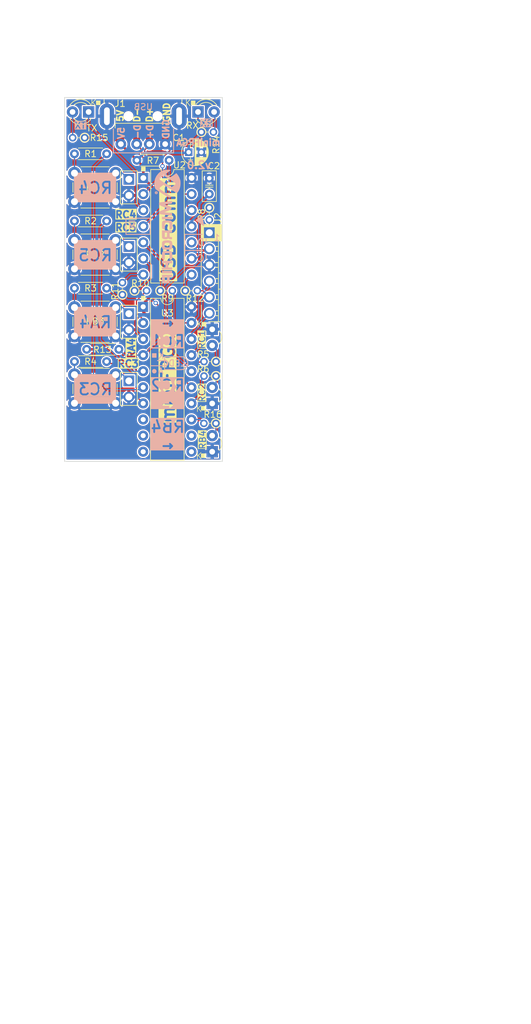
<source format=kicad_pcb>
(kicad_pcb (version 20240108) (generator "pcbnew") (generator_version "8.0")
  (title_block (title "Education board for miniFPGA") (date "2024-05-23") (rev "v2.0"))
  (layers (0 "F.Cu" signal) (31 "B.Cu" signal) (34 "B.Paste" user) (35 "F.Paste" user) (36 "B.SilkS" user "B.Silkscreen") (37 "F.SilkS" user "F.Silkscreen") (38 "B.Mask" user) (39 "F.Mask" user) (44 "Edge.Cuts" user))
  (net 0 "")
  (net 1 "VDD")
  (net 2 "GNDD")
  (net 3 "Net-(U2-SDA)")
  (net 5 "Net-(U2-GP2)")
  (net 6 "Net-(U2-GP3)")
  (net 7 "Net-(U2-~{RST})")
  (net 8 "Net-(U2-VUSB)")
  (net 9 "Net-(JP1-A)")
  (net 10 "Net-(JP2-A)")
  (net 11 "Net-(JP3-A)")
  (net 12 "Net-(JP4-A)")
  (net 13 "/RA0")
  (net 14 "/RA1")
  (net 15 "/URx")
  (net 16 "/UTx")
  (net 17 "/RA5")
  (net 18 "/RA4")
  (net 19 "/~{MCLR}")
  (net 20 "/RC5")
  (net 21 "/RC4")
  (net 22 "/RC3")
  (net 23 "/RC2")
  (net 24 "/RC1")
  (net 25 "/RC0")
  (net 26 "/RA2")
  (net 27 "Net-(LED1-K)")
  (net 28 "Net-(LED1-A)")
  (net 29 "Net-(LED2-K)")
  (net 30 "Net-(LED2-A)")
  (net 31 "Net-(LED3-A)")
  (net 32 "Net-(LED4-A)")
  (net 33 "/USB_D+")
  (net 34 "/USB_D-")
  (net 35 "Net-(LED5-A)")
  (net 41 "/RB4")
  (footprint "Button_Switch_THT:SW_PUSH_6mm_H5mm" (layer "F.Cu") (at 97.4048 143.487942)
    (property "Reference" "PB2" (at 3.25 2.25 0) (layer "F.SilkS"))
    (property "Value" "RC5" (at 3.3008 2.358858 0) (layer "B.SilkS" knockout) (effects (font (size 1.8 1.8) (thickness 0.3)) (justify mirror)))
    (pad "1" thru_hole circle (at 0 0 90) (size 2 2) (drill 1.1) (layers "*.Cu" "*.Mask") (net 10 "Net-(JP2-A)"))
    (pad "1" thru_hole circle (at 6.5 0 90) (size 2 2) (drill 1.1) (layers "*.Cu" "*.Mask") (net 10 "Net-(JP2-A)"))
    (pad "2" thru_hole circle (at 0 4.5 90) (size 2 2) (drill 1.1) (layers "*.Cu" "*.Mask") (net 2 "GNDD"))
    (pad "2" thru_hole circle (at 6.5 4.5 90) (size 2 2) (drill 1.1) (layers "*.Cu" "*.Mask") (net 2 "GNDD"))
  )
  (footprint "Resistor_THT:R_Axial_DIN0204_L3.6mm_D1.6mm_P5.08mm_Horizontal" (layer "F.Cu") (at 102.4848 162.6108 180)
    (property "Reference" "R4" (at 2.54 0 0) (layer "F.SilkS"))
    (property "Value" "10kΩ")
    (pad "1" thru_hole circle (at 0 0 180) (size 1.4 1.4) (drill 0.7) (layers "*.Cu" "*.Mask") (net 22 "/RC3"))
    (pad "2" thru_hole oval (at 5.08 0 180) (size 1.4 1.4) (drill 0.7) (layers "*.Cu" "*.Mask") (net 12 "Net-(JP4-A)"))
  )
  (footprint "Capacitor_THT:CP_Radial_D4.0mm_P2.00mm" (layer "F.Cu") (at 115.430201 129.5908)
    (property "Reference" "C1" (at -1.567401 -2.286 0) (layer "F.SilkS"))
    (property "Value" "4µ7F")
    (fp_text user "+" (at -0.4 1.7 0) (layer "F.SilkS") (effects (font (thickness 0.1)) (justify left bottom)))
    (fp_text user "+" (at -0.4 -0.7 0) (layer "F.SilkS") (effects (font (thickness 0.1)) (justify left bottom)))
    (pad "1" thru_hole rect (at 0 0) (size 1.2 1.2) (drill 0.7) (layers "*.Cu" "*.Mask") (net 1 "VDD"))
    (pad "2" thru_hole circle (at 2 0) (size 1.2 1.2) (drill 0.7) (layers "*.Cu" "*.Mask") (net 2 "GNDD"))
  )
  (footprint "LED_THT:LED_D3.0mm" (layer "F.Cu") (at 116.9058 123.2408)
    (property "Reference" "LED1" (hide yes))
    (property "Value" "RX" (at -0.8894 2.1336 0) (layer "F.SilkS"))
    (fp_text user "${VALUE}" (at 1.3766 1.778 0) (layer "B.SilkS" knockout) (effects (justify mirror)))
    (fp_text user "K" (at -2.134986 -0.816504 0) (layer "F.SilkS") (effects (font (thickness 0.1)) (justify left bottom)))
    (pad "1" thru_hole rect (at 0 0) (size 1.8 1.8) (drill 0.9) (layers "*.Cu" "*.Mask") (net 27 "Net-(LED1-K)"))
    (pad "2" thru_hole circle (at 2.54 0) (size 1.8 1.8) (drill 0.9) (layers "*.Cu" "*.Mask") (net 28 "Net-(LED1-A)"))
  )
  (footprint "Attila:R_Axial_L3.6mm_D1.6mm_P1.90mm_Vertical" (layer "F.Cu") (at 117.4388 126.4158)
    (property "Reference" "R14" (at 2.332993 2.003737 90) (layer "F.SilkS"))
    (property "Value" "680Ω")
    (pad "1" thru_hole circle (at 0 0) (size 1.2 1.2) (drill 0.7) (layers "*.Cu" "*.Mask") (net 1 "VDD"))
    (pad "2" thru_hole circle (at 1.9 0) (size 1.2 1.2) (drill 0.7) (layers "*.Cu" "*.Mask") (net 28 "Net-(LED1-A)"))
  )
  (footprint "Package_DIP:DIP-20_W7.62mm" (layer "F.Cu") (at 108.2488 153.9698)
    (property "Reference" "U3" (at 3.81 0.989 0) (layer "F.SilkS"))
    (property "Value" "PIC16F13145-IP")
    (pad "1" thru_hole rect (at 0 0) (size 1.6 1.6) (drill 0.8) (layers "*.Cu" "*.Mask") (net 1 "VDD"))
    (pad "2" thru_hole oval (at 0 2.54) (size 1.6 1.6) (drill 0.8) (layers "*.Cu" "*.Mask") (net 17 "/RA5"))
    (pad "3" thru_hole oval (at 0 5.08) (size 1.6 1.6) (drill 0.8) (layers "*.Cu" "*.Mask") (net 18 "/RA4"))
    (pad "4" thru_hole oval (at 0 7.62) (size 1.6 1.6) (drill 0.8) (layers "*.Cu" "*.Mask") (net 19 "/~{MCLR}"))
    (pad "5" thru_hole oval (at 0 10.16) (size 1.6 1.6) (drill 0.8) (layers "*.Cu" "*.Mask") (net 20 "/RC5"))
    (pad "6" thru_hole oval (at 0 12.7) (size 1.6 1.6) (drill 0.8) (layers "*.Cu" "*.Mask") (net 21 "/RC4"))
    (pad "7" thru_hole oval (at 0 15.24) (size 1.6 1.6) (drill 0.8) (layers "*.Cu" "*.Mask") (net 22 "/RC3"))
    (pad "8" thru_hole oval (at 0 17.78) (size 1.6 1.6) (drill 0.8) (layers "*.Cu" "*.Mask"))
    (pad "9" thru_hole oval (at 0 20.32) (size 1.6 1.6) (drill 0.8) (layers "*.Cu" "*.Mask"))
    (pad "10" thru_hole oval (at 0 22.86) (size 1.6 1.6) (drill 0.8) (layers "*.Cu" "*.Mask"))
    (pad "11" thru_hole oval (at 7.62 22.86) (size 1.6 1.6) (drill 0.8) (layers "*.Cu" "*.Mask"))
    (pad "12" thru_hole oval (at 7.62 20.32) (size 1.6 1.6) (drill 0.8) (layers "*.Cu" "*.Mask"))
    (pad "13" thru_hole oval (at 7.62 17.78) (size 1.6 1.6) (drill 0.8) (layers "*.Cu" "*.Mask") (net 41 "/RB4"))
    (pad "14" thru_hole oval (at 7.62 15.24) (size 1.6 1.6) (drill 0.8) (layers "*.Cu" "*.Mask") (net 23 "/RC2"))
    (pad "15" thru_hole oval (at 7.62 12.7) (size 1.6 1.6) (drill 0.8) (layers "*.Cu" "*.Mask") (net 24 "/RC1"))
    (pad "16" thru_hole oval (at 7.62 10.16) (size 1.6 1.6) (drill 0.8) (layers "*.Cu" "*.Mask") (net 25 "/RC0"))
    (pad "17" thru_hole oval (at 7.62 7.62) (size 1.6 1.6) (drill 0.8) (layers "*.Cu" "*.Mask") (net 26 "/RA2"))
    (pad "18" thru_hole oval (at 7.62 5.08) (size 1.6 1.6) (drill 0.8) (layers "*.Cu" "*.Mask") (net 14 "/RA1"))
    (pad "19" thru_hole oval (at 7.62 2.54) (size 1.6 1.6) (drill 0.8) (layers "*.Cu" "*.Mask") (net 13 "/RA0"))
    (pad "20" thru_hole oval (at 7.62 0) (size 1.6 1.6) (drill 0.8) (layers "*.Cu" "*.Mask") (net 2 "GNDD"))
  )
  (footprint "LED_THT:LED_D3.0mm" (layer "F.Cu") (at 119.146 157.5258 -90)
    (property "Reference" "LED3" (hide yes))
    (property "Value" "RC1" (at 1.633 1.6256 90) (layer "F.SilkS" knockout))
    (fp_text user "K" (at -0.2 2.54 0) (layer "F.SilkS") (effects (font (thickness 0.1)) (justify left bottom)))
    (pad "1" thru_hole rect (at 0 0 270) (size 1.8 1.8) (drill 0.9) (layers "*.Cu" "*.Mask") (net 2 "GNDD"))
    (pad "2" thru_hole circle (at 2.54 0 270) (size 1.8 1.8) (drill 0.9) (layers "*.Cu" "*.Mask") (net 31 "Net-(LED3-A)"))
  )
  (footprint "Package_DIP:DIP-14_W7.62mm" (layer "F.Cu") (at 108.2748 133.6548)
    (property "Reference" "U2" (at 5.7096 -2.032 0) (layer "F.SilkS"))
    (property "Value" "MCP2221A-IP")
    (pad "1" thru_hole rect (at 0 0) (size 1.6 1.6) (drill 0.9) (layers "*.Cu" "*.Mask") (net 1 "VDD"))
    (pad "2" thru_hole circle (at 0 2.54) (size 1.6 1.6) (drill 0.9) (layers "*.Cu" "*.Mask") (net 27 "Net-(LED1-K)"))
    (pad "3" thru_hole circle (at 0 5.08) (size 1.6 1.6) (drill 0.9) (layers "*.Cu" "*.Mask") (net 29 "Net-(LED2-K)"))
    (pad "4" thru_hole circle (at 0 7.62) (size 1.6 1.6) (drill 0.9) (layers "*.Cu" "*.Mask") (net 7 "Net-(U2-~{RST})"))
    (pad "5" thru_hole circle (at 0 10.16) (size 1.6 1.6) (drill 0.9) (layers "*.Cu" "*.Mask") (net 15 "/URx"))
    (pad "6" thru_hole circle (at 0 12.7) (size 1.6 1.6) (drill 0.9) (layers "*.Cu" "*.Mask") (net 16 "/UTx"))
    (pad "7" thru_hole circle (at 0 15.24) (size 1.6 1.6) (drill 0.9) (layers "*.Cu" "*.Mask") (net 5 "Net-(U2-GP2)"))
    (pad "8" thru_hole circle (at 7.62 15.24) (size 1.6 1.6) (drill 0.9) (layers "*.Cu" "*.Mask") (net 6 "Net-(U2-GP3)"))
    (pad "9" thru_hole circle (at 7.62 12.7) (size 1.6 1.6) (drill 0.9) (layers "*.Cu" "*.Mask") (net 3 "Net-(U2-SDA)"))
    (pad "10" thru_hole circle (at 7.62 10.16) (size 1.6 1.6) (drill 0.9) (layers "*.Cu" "*.Mask"))
    (pad "11" thru_hole circle (at 7.62 7.62) (size 1.6 1.6) (drill 0.9) (layers "*.Cu" "*.Mask") (net 8 "Net-(U2-VUSB)"))
    (pad "12" thru_hole circle (at 7.62 5.08) (size 1.6 1.6) (drill 0.9) (layers "*.Cu" "*.Mask") (net 34 "/USB_D-"))
    (pad "13" thru_hole circle (at 7.62 2.54) (size 1.6 1.6) (drill 0.9) (layers "*.Cu" "*.Mask") (net 33 "/USB_D+"))
    (pad "14" thru_hole circle (at 7.62 0) (size 1.6 1.6) (drill 0.9) (layers "*.Cu" "*.Mask") (net 2 "GNDD"))
  )
  (footprint "Connector_PinHeader_2.54mm:PinHeader_1x02_P2.54mm_Vertical" (layer "F.Cu") (at 105.9888 165.6538)
    (property "Reference" "JP4" (hide yes))
    (property "Value" "RC3" (at -0.1016 -2.687399 180) (layer "F.SilkS" knockout) (effects (font (size 1.1 1.1) (thickness 0.275))))
    (pad "1" thru_hole rect (at 0 0) (size 1.7 1.7) (drill 1.1) (layers "*.Cu" "*.Mask") (net 12 "Net-(JP4-A)"))
    (pad "2" thru_hole oval (at 0 2.54) (size 1.7 1.7) (drill 1.1) (layers "*.Cu" "*.Mask") (net 2 "GNDD"))
  )
  (footprint "Button_Switch_THT:SW_PUSH_6mm_H5mm" (layer "F.Cu") (at 97.4048 164.6788)
    (property "Reference" "PB4" (at 3.25 2.25 0) (layer "F.SilkS"))
    (property "Value" "RC3" (at 3.3008 2.3008 0) (layer "B.SilkS" knockout) (effects (font (size 1.8 1.8) (thickness 0.3)) (justify mirror)))
    (pad "1" thru_hole circle (at 0 0 90) (size 2 2) (drill 1.1) (layers "*.Cu" "*.Mask") (net 12 "Net-(JP4-A)"))
    (pad "1" thru_hole circle (at 6.5 0 90) (size 2 2) (drill 1.1) (layers "*.Cu" "*.Mask") (net 12 "Net-(JP4-A)"))
    (pad "2" thru_hole circle (at 0 4.5 90) (size 2 2) (drill 1.1) (layers "*.Cu" "*.Mask") (net 2 "GNDD"))
    (pad "2" thru_hole circle (at 6.5 4.5 90) (size 2 2) (drill 1.1) (layers "*.Cu" "*.Mask") (net 2 "GNDD"))
  )
  (footprint "Attila:R_Axial_L3.6mm_D1.6mm_P1.90mm_Vertical" (layer "F.Cu") (at 119.7313 172.3588 180)
    (property "Reference" "R16" (at 0.4825 1.4 360) (layer "F.SilkS"))
    (property "Value" "680Ω")
    (pad "1" thru_hole circle (at 0 0 180) (size 1.2 1.2) (drill 0.7) (layers "*.Cu" "*.Mask") (net 35 "Net-(LED5-A)"))
    (pad "2" thru_hole circle (at 1.9 0 180) (size 1.2 1.2) (drill 0.7) (layers "*.Cu" "*.Mask") (net 41 "/RB4"))
  )
  (footprint "Connector_PinHeader_2.54mm:PinHeader_1x02_P2.54mm_Vertical" (layer "F.Cu") (at 105.9888 144.462942)
    (property "Reference" "JP2" (hide yes))
    (property "Value" "RC5" (at -0.488 -2.984942 0) (layer "F.SilkS" knockout) (effects (font (size 1.1 1.1) (thickness 0.275))))
    (pad "1" thru_hole rect (at 0 0) (size 1.7 1.7) (drill 1.1) (layers "*.Cu" "*.Mask") (net 10 "Net-(JP2-A)"))
    (pad "2" thru_hole oval (at 0 2.54) (size 1.7 1.7) (drill 1.1) (layers "*.Cu" "*.Mask") (net 2 "GNDD"))
  )
  (footprint "Connector_PinHeader_2.54mm:PinHeader_1x02_P2.54mm_Vertical" (layer "F.Cu") (at 105.9888 133.867514)
    (property "Reference" "JP1" (hide yes))
    (property "Value" "RC4" (at -0.488 5.578486 0) (layer "F.SilkS" knockout) (effects (font (size 1.1 1.1) (thickness 0.275))))
    (pad "1" thru_hole rect (at 0 0) (size 1.7 1.7) (drill 1.1) (layers "*.Cu" "*.Mask") (net 9 "Net-(JP1-A)"))
    (pad "2" thru_hole oval (at 0 2.54) (size 1.7 1.7) (drill 1.1) (layers "*.Cu" "*.Mask") (net 2 "GNDD"))
  )
  (footprint "Resistor_THT:R_Axial_DIN0204_L3.6mm_D1.6mm_P5.08mm_Horizontal" (layer "F.Cu") (at 102.4848 129.8448 180)
    (property "Reference" "R1" (at 2.54 0 0) (layer "F.SilkS"))
    (property "Value" "10kΩ")
    (pad "1" thru_hole circle (at 0 0 180) (size 1.4 1.4) (drill 0.7) (layers "*.Cu" "*.Mask") (net 21 "/RC4"))
    (pad "2" thru_hole oval (at 5.08 0 180) (size 1.4 1.4) (drill 0.7) (layers "*.Cu" "*.Mask") (net 9 "Net-(JP1-A)"))
  )
  (footprint "Attila:R_Axial_L3.6mm_D1.6mm_P1.90mm_Vertical" (layer "F.Cu") (at 110.9483 151.4348)
    (property "Reference" "R9" (at 1.1465 1.205 0) (layer "F.SilkS"))
    (property "Value" "680Ω")
    (pad "1" thru_hole circle (at 0 0) (size 1.2 1.2) (drill 0.7) (layers "*.Cu" "*.Mask") (net 15 "/URx"))
    (pad "2" thru_hole circle (at 1.9 0) (size 1.2 1.2) (drill 0.7) (layers "*.Cu" "*.Mask") (net 25 "/RC0"))
  )
  (footprint "Attila:R_Axial_L3.6mm_D1.6mm_P1.90mm_Vertical" (layer "F.Cu") (at 114.8988 151.4348)
    (property "Reference" "R12" (at 1.524 1.2192 0) (layer "F.SilkS"))
    (property "Value" "680Ω")
    (pad "1" thru_hole circle (at 0 0) (size 1.2 1.2) (drill 0.7) (layers "*.Cu" "*.Mask") (net 6 "Net-(U2-GP3)"))
    (pad "2" thru_hole circle (at 1.9 0) (size 1.2 1.2) (drill 0.7) (layers "*.Cu" "*.Mask") (net 14 "/RA1"))
  )
  (footprint "LED_THT:LED_D3.0mm" (layer "F.Cu") (at 119.146 169.2198 90)
    (property "Reference" "LED4" (hide yes))
    (property "Value" "RC2" (at 1.661 -1.6 90) (layer "F.SilkS" knockout))
    (fp_text user "K" (at -1.4174 -2.6416 0) (layer "F.SilkS") (effects (font (thickness 0.1)) (justify left bottom)))
    (pad "1" thru_hole rect (at 0 0 90) (size 1.8 1.8) (drill 0.9) (layers "*.Cu" "*.Mask") (net 2 "GNDD"))
    (pad "2" thru_hole circle (at 2.54 0 90) (size 1.8 1.8) (drill 0.9) (layers "*.Cu" "*.Mask") (net 32 "Net-(LED4-A)"))
  )
  (footprint "Attila:R_Axial_L3.6mm_D1.6mm_P1.90mm_Vertical" (layer "F.Cu") (at 118.6888 138.3538 -90)
    (property "Reference" "R8" (at 1.0922 1.2192 90) (layer "F.SilkS"))
    (property "Value" "680Ω")
    (pad "1" thru_hole circle (at 0 0 270) (size 1.2 1.2) (drill 0.7) (layers "*.Cu" "*.Mask") (net 3 "Net-(U2-SDA)"))
    (pad "2" thru_hole circle (at 1.9 0 270) (size 1.2 1.2) (drill 0.7) (layers "*.Cu" "*.Mask") (net 19 "/~{MCLR}"))
  )
  (footprint "Capacitor_THT:C_Rect_L4.6mm_W2.0mm_P2.50mm_MKS02_FKP02" (layer "F.Cu") (at 118.6888 136.1948 90)
    (property "Reference" "C2" (at 4.437459 0.70961 180) (layer "F.SilkS"))
    (property "Value" "470nF")
    (pad "1" thru_hole circle (at 0 0 90) (size 1.4 1.4) (drill 0.7) (layers "*.Cu" "*.Mask") (net 8 "Net-(U2-VUSB)"))
    (pad "2" thru_hole circle (at 2.5 0 90) (size 1.4 1.4) (drill 0.7) (layers "*.Cu" "*.Mask") (net 2 "GNDD"))
  )
  (footprint "Resistor_THT:R_Axial_DIN0204_L3.6mm_D1.6mm_P5.08mm_Horizontal" (layer "F.Cu") (at 102.4848 140.440228 180)
    (property "Reference" "R2" (at 2.54 0 0) (layer "F.SilkS"))
    (property "Value" "10kΩ")
    (pad "1" thru_hole circle (at 0 0 180) (size 1.4 1.4) (drill 0.7) (layers "*.Cu" "*.Mask") (net 20 "/RC5"))
    (pad "2" thru_hole oval (at 5.08 0 180) (size 1.4 1.4) (drill 0.7) (layers "*.Cu" "*.Mask") (net 10 "Net-(JP2-A)"))
  )
  (footprint "LED_THT:LED_D3.0mm" (layer "F.Cu") (at 119.146 176.8298 90)
    (property "Reference" "LED5" (hide yes))
    (property "Value" "RB4" (at 1.871 -1.4972 90) (layer "F.SilkS" knockout))
    (fp_text user "K" (at -1.259022 -2.6416 0) (layer "F.SilkS") (effects (font (thickness 0.1)) (justify left bottom)))
    (pad "1" thru_hole rect (at 0 0 90) (size 1.8 1.8) (drill 0.9) (layers "*.Cu" "*.Mask") (net 2 "GNDD"))
    (pad "2" thru_hole circle (at 2.54 0 90) (size 1.8 1.8) (drill 0.9) (layers "*.Cu" "*.Mask") (net 35 "Net-(LED5-A)"))
  )
  (footprint "Button_Switch_THT:SW_PUSH_6mm_H5mm" (layer "F.Cu") (at 97.4048 154.08337)
    (property "Reference" "PB3" (at 3.25 2.17743 0) (layer "F.SilkS"))
    (property "Value" "RA4" (at 3.3008 2.32983 0) (layer "B.SilkS" knockout) (effects (font (size 1.8 1.8) (thickness 0.3)) (justify mirror)))
    (pad "1" thru_hole circle (at 0 0 90) (size 2 2) (drill 1.1) (layers "*.Cu" "*.Mask") (net 11 "Net-(JP3-A)"))
    (pad "1" thru_hole circle (at 6.5 0 90) (size 2 2) (drill 1.1) (layers "*.Cu" "*.Mask") (net 11 "Net-(JP3-A)"))
    (pad "2" thru_hole circle (at 0 4.5 90) (size 2 2) (drill 1.1) (layers "*.Cu" "*.Mask") (net 2 "GNDD"))
    (pad "2" thru_hole circle (at 6.5 4.5 90) (size 2 2) (drill 1.1) (layers "*.Cu" "*.Mask") (net 2 "GNDD"))
  )
  (footprint "Attila:R_Axial_L3.6mm_D1.6mm_P1.90mm_Vertical" (layer "F.Cu") (at 99.0198 127.3048 180)
    (property "Reference" "R15" (at -2.27 0 180) (layer "F.SilkS"))
    (property "Value" "680Ω")
    (pad "1" thru_hole circle (at 0 0 180) (size 1.2 1.2) (drill 0.7) (layers "*.Cu" "*.Mask") (net 1 "VDD"))
    (pad "2" thru_hole circle (at 1.9 0 180) (size 1.2 1.2) (drill 0.7) (layers "*.Cu" "*.Mask") (net 30 "Net-(LED2-A)"))
  )
  (footprint "Connector_PinHeader_2.54mm:PinHeader_1x02_P2.54mm_Vertical" (layer "F.Cu") (at 105.9888 155.05837)
    (property "Reference" "JP3" (hide yes))
    (property "Value" "RA4" (at 0.4064 5.46963 90) (layer "F.SilkS" knockout) (effects (font (size 1.1 1.1) (thickness 0.275))))
    (pad "1" thru_hole rect (at 0 0) (size 1.7 1.7) (drill 1.1) (layers "*.Cu" "*.Mask") (net 11 "Net-(JP3-A)"))
    (pad "2" thru_hole oval (at 0 2.54) (size 1.7 1.7) (drill 1.1) (layers "*.Cu" "*.Mask") (net 2 "GNDD"))
  )
  (footprint "Connector_USB:USB_A_CNCTech_1001-011-01101_Horizontal" (layer "F.Cu") (at 108.224 121.0105 90)
    (property "Reference" "J1" (at -0.919106 -3.614168 180) (layer "F.SilkS"))
    (property "Value" "USB_B")
    (pad "" np_thru_hole circle (at -2.9 -2.3 90) (size 1.1 1.1) (drill 1.1) (layers "*.Cu" "*.Mask"))
    (pad "" np_thru_hole circle (at -2.9 2.3 90) (size 1.1 1.1) (drill 1.1) (layers "*.Cu" "*.Mask"))
    (pad "1" thru_hole circle (at -7.3 -3.5 90) (size 1.7 1.7) (drill 0.9) (layers "*.Cu" "*.Mask") (net 1 "VDD"))
    (pad "1" smd rect (at -6.15 -3.5 90) (size 3.5 1.1) (layers "F.Cu" "F.Paste" "F.Mask") (net 1 "VDD"))
    (pad "2" thru_hole circle (at -7.3 -1 90) (size 1.7 1.7) (drill 0.9) (layers "*.Cu" "*.Mask") (net 34 "/USB_D-"))
    (pad "2" smd rect (at -6.15 -1 90) (size 3.5 1.1) (layers "F.Cu" "F.Paste" "F.Mask") (net 34 "/USB_D-"))
    (pad "3" thru_hole circle (at -7.3 1 90) (size 1.7 1.7) (drill 0.9) (layers "*.Cu" "*.Mask") (net 33 "/USB_D+"))
    (pad "3" smd rect (at -6.15 1 90) (size 3.5 1.1) (layers "F.Cu" "F.Paste" "F.Mask") (net 33 "/USB_D+"))
    (pad "4" thru_hole circle (at -7.3 3.5 90) (size 1.7 1.7) (drill 0.9) (layers "*.Cu" "*.Mask") (net 2 "GNDD"))
    (pad "4" smd rect (at -6.15 3.5 90) (size 3.5 1.1) (layers "F.Cu" "F.Paste" "F.Mask") (net 2 "GNDD"))
    (pad "5" thru_hole oval (at -2.9 -5.7 90) (size 4 2.3) (drill oval 2.8 0.9) (layers "*.Cu" "*.Mask") (net 2 "GNDD"))
    (pad "5" thru_hole oval (at -2.9 5.7 90) (size 4 2.4) (drill oval 2.8 0.9) (layers "*.Cu" "*.Mask") (net 2 "GNDD"))
  )
  (footprint "Resistor_THT:R_Axial_DIN0204_L3.6mm_D1.6mm_P5.08mm_Horizontal" (layer "F.Cu") (at 102.4848 151.035656 180)
    (property "Reference" "R3" (at 2.54 0 0) (layer "F.SilkS"))
    (property "Value" "10kΩ")
    (pad "1" thru_hole circle (at 0 0 180) (size 1.4 1.4) (drill 0.7) (layers "*.Cu" "*.Mask") (net 18 "/RA4"))
    (pad "2" thru_hole oval (at 5.08 0 180) (size 1.4 1.4) (drill 0.7) (layers "*.Cu" "*.Mask") (net 11 "Net-(JP3-A)"))
  )
  (footprint "Resistor_THT:R_Axial_DIN0204_L3.6mm_D1.6mm_P5.08mm_Horizontal" (layer "F.Cu") (at 99.334 160.6804)
    (property "Reference" "R13" (at 2.4892 0.0508 0) (layer "F.SilkS"))
    (property "Value" "10kΩ")
    (pad "1" thru_hole circle (at 0 0) (size 1.4 1.4) (drill 0.7) (layers "*.Cu" "*.Mask") (net 1 "VDD"))
    (pad "2" thru_hole oval (at 5.08 0) (size 1.4 1.4) (drill 0.7) (layers "*.Cu" "*.Mask") (net 19 "/~{MCLR}"))
  )
  (footprint "LED_THT:LED_D3.0mm" (layer "F.Cu") (at 99.6388 123.2408 180)
    (property "Reference" "LED2" (hide yes))
    (property "Value" "TX" (at -0.508 -2.54 0) (layer "F.SilkS"))
    (fp_text user "${VALUE}" (at 1.3208 -2.1336 0) (layer "B.SilkS" knockout) (effects (justify mirror)))
    (fp_text user "K" (at -0.209186 0.824362 0) (layer "F.SilkS") (effects (font (thickness 0.1)) (justify left bottom)))
    (pad "1" thru_hole rect (at 0 0 180) (size 1.8 1.8) (drill 0.9) (layers "*.Cu" "*.Mask") (net 29 "Net-(LED2-K)"))
    (pad "2" thru_hole circle (at 2.54 0 180) (size 1.8 1.8) (drill 0.9) (layers "*.Cu" "*.Mask") (net 30 "Net-(LED2-A)"))
  )
  (footprint "Attila:R_Axial_L3.6mm_D1.6mm_P1.90mm_Vertical" (layer "F.Cu") (at 104.9728 152.0633 90)
    (property "Reference" "R11" (at 0.577777 -1.1473 90) (layer "F.SilkS"))
    (property "Value" "680Ω")
    (pad "1" thru_hole circle (at 0 0 90) (size 1.2 1.2) (drill 0.7) (layers "*.Cu" "*.Mask") (net 13 "/RA0"))
    (pad "2" thru_hole circle (at 1.9 0 90) (size 1.2 1.2) (drill 0.7) (layers "*.Cu" "*.Mask") (net 5 "Net-(U2-GP2)"))
  )
  (footprint "Button_Switch_THT:SW_PUSH_6mm_H5mm" (layer "F.Cu") (at 97.4048 132.892514)
    (property "Reference" "PB1" (at 3.25 2.286286 0) (layer "F.SilkS"))
    (property "Value" "RC4" (at 3.3008 2.337086 0) (layer "B.SilkS" knockout) (effects (font (size 1.8 1.8) (thickness 0.3)) (justify mirror)))
    (pad "1" thru_hole circle (at 0 0 90) (size 2 2) (drill 1.1) (layers "*.Cu" "*.Mask") (net 9 "Net-(JP1-A)"))
    (pad "1" thru_hole circle (at 6.5 0 90) (size 2 2) (drill 1.1) (layers "*.Cu" "*.Mask") (net 9 "Net-(JP1-A)"))
    (pad "2" thru_hole circle (at 0 4.5 90) (size 2 2) (drill 1.1) (layers "*.Cu" "*.Mask") (net 2 "GNDD"))
    (pad "2" thru_hole circle (at 6.5 4.5 90) (size 2 2) (drill 1.1) (layers "*.Cu" "*.Mask") (net 2 "GNDD"))
  )
  (footprint "Attila:R_Axial_L3.6mm_D1.6mm_P1.90mm_Vertical" (layer "F.Cu") (at 106.8843 151.4348)
    (property "Reference" "R10" (at 0.925438 -1.17304 0) (layer "F.SilkS"))
    (property "Value" "680Ω")
    (pad "1" thru_hole circle (at 0 0) (size 1.2 1.2) (drill 0.7) (layers "*.Cu" "*.Mask") (net 16 "/UTx"))
    (pad "2" thru_hole circle (at 1.9 0) (size 1.2 1.2) (drill 0.7) (layers "*.Cu" "*.Mask") (net 17 "/RA5"))
  )
  (footprint "Resistor_THT:R_Axial_DIN0204_L3.6mm_D1.6mm_P5.08mm_Horizontal" (layer "F.Cu") (at 112.3388 130.8608 180)
    (property "Reference" "R7" (at 2.54 -0.0508 180) (layer "F.SilkS"))
    (property "Value" "10kΩ")
    (pad "1" thru_hole circle (at 0 0 180) (size 1.4 1.4) (drill 0.7) (layers "*.Cu" "*.Mask") (net 7 "Net-(U2-~{RST})"))
    (pad "2" thru_hole oval (at 5.08 0 180) (size 1.4 1.4) (drill 0.7) (layers "*.Cu" "*.Mask") (net 1 "VDD"))
  )
  (footprint "Connector_PinHeader_2.54mm:PinHeader_1x06_P2.54mm_Horizontal" (layer "F.Cu") (at 118.6888 142.2908)
    (property "Reference" "J2" (at 1.36 -2.332 90) (layer "F.SilkS"))
    (property "Value" "ICSP_FPGA")
    (pad "1" thru_hole rect (at 0 0) (size 1.7 1.7) (drill 1.1) (layers "*.Cu" "*.Mask") (net 19 "/~{MCLR}"))
    (pad "2" thru_hole oval (at 0 2.54) (size 1.7 1.7) (drill 1.1) (layers "*.Cu" "*.Mask") (net 1 "VDD"))
    (pad "3" thru_hole oval (at 0 5.08) (size 1.7 1.7) (drill 1.1) (layers "*.Cu" "*.Mask") (net 2 "GNDD"))
    (pad "4" thru_hole oval (at 0 7.62) (size 1.7 1.7) (drill 1.1) (layers "*.Cu" "*.Mask") (net 13 "/RA0"))
    (pad "5" thru_hole oval (at 0 10.16) (size 1.7 1.7) (drill 1.1) (layers "*.Cu" "*.Mask") (net 14 "/RA1"))
    (pad "6" thru_hole oval (at 0 12.7) (size 1.7 1.7) (drill 1.1) (layers "*.Cu" "*.Mask") (net 26 "/RA2"))
  )
  (footprint "Attila:R_Axial_L3.6mm_D1.6mm_P1.90mm_Vertical" (layer "F.Cu") (at 119.7488 164.8968 180)
    (property "Reference" "R6" (at 2.0219 1.108 180) (layer "F.SilkS"))
    (property "Value" "680Ω")
    (pad "1" thru_hole circle (at 0 0 180) (size 1.2 1.2) (drill 0.7) (layers "*.Cu" "*.Mask") (net 32 "Net-(LED4-A)"))
    (pad "2" thru_hole circle (at 1.9 0 180) (size 1.2 1.2) (drill 0.7) (layers "*.Cu" "*.Mask") (net 23 "/RC2"))
  )
  (footprint "Attila:R_Axial_L3.6mm_D1.6mm_P1.90mm_Vertical" (layer "F.Cu") (at 119.7488 162.6108 180)
    (property "Reference" "R5" (at 2.0219 1.151776 180) (layer "F.SilkS"))
    (property "Value" "680Ω")
    (pad "1" thru_hole circle (at 0 0 180) (size 1.2 1.2) (drill 0.7) (layers "*.Cu" "*.Mask") (net 31 "Net-(LED3-A)"))
    (pad "2" thru_hole circle (at 1.9 0 180) (size 1.2 1.2) (drill 0.7) (layers "*.Cu" "*.Mask") (net 24 "/RC1"))
  )
  (footprint "Attila:MClogoBW_18x4.2mm" (layer "B.Cu") (at 112.06727 141.3256 -90)
    (property "Reference" "REF*" (hide yes))
    (property "Value" "LOGO" (hide yes))
    (fp_text user "®" (at -5.349171 1.738601 90) (layer "B.SilkS") (effects (font (size 0.3 0.3) (thickness 0.075)) (justify mirror)))
  )
  (gr_line (start 114.828 145.0848) (end 117.622 145.0848) (stroke (width 0.15)) (layer "B.SilkS"))
  (gr_line (start 105.5316 142.5448) (end 109.3416 142.5448) (stroke (width 0.15)) (layer "B.SilkS"))
  (gr_arc (start 111.6276 162.4584) (mid 112.032978 162.83599) (end 111.685074 163.267115) (stroke (width 0.15)) (layer "B.SilkS"))
  (gr_line (start 118.1808 145.7452) (end 118.1808 146.4056) (stroke (width 0.15)) (layer "B.SilkS"))
  (gr_rect (start 97.4024 164.6682) (end 103.9048 165.6842) (stroke (width 0.15)) (fill solid) (layer "B.SilkS"))
  (gr_rect (start 97.4236 143.51) (end 98.064 148.0312) (stroke (width 0.15)) (fill solid) (layer "B.SilkS"))
  (gr_line (start 103.5504 129.6924) (end 113.05 129.6924) (stroke (width 0.15)) (layer "B.SilkS"))
  (gr_rect (start 97.4024 157.6112) (end 103.9048 158.5764) (stroke (width 0.15)) (fill solid) (layer "B.SilkS"))
  (gr_line (start 117.5712 142.5448) (end 114.828 142.5448) (stroke (width 0.15)) (layer "B.SilkS"))
  (gr_line (start 109.3416 140.0048) (end 105.5316 140.0048) (stroke (width 0.15)) (layer "B.SilkS"))
  (gr_line (start 113.05 129.6924) (end 113.05 125.9332) (stroke (width 0.15)) (layer "B.SilkS"))
  (gr_arc (start 111.6276 162.3568) (mid 112.1356 162.8648) (end 111.6276 163.3728) (stroke (width 0.15)) (layer "B.SilkS"))
  (gr_line (start 111.6276 162.4584) (end 110.51 162.4584) (stroke (width 0.15)) (layer "B.SilkS"))
  (gr_arc (start 114.2692 161.8488) (mid 115.2852 162.8648) (end 114.2692 163.8808) (stroke (width 0.15)) (layer "B.SilkS"))
  (gr_line (start 105.5316 140.0048) (end 105.5316 142.5448) (stroke (width 0.15)) (layer "B.SilkS"))
  (gr_line (start 103.5504 125.9332) (end 103.5504 129.6924) (stroke (width 0.15)) (layer "B.SilkS"))
  (gr_line (start 114.2692 161.8488) (end 111.6276 161.8488) (stroke (width 0.15)) (layer "B.SilkS"))
  (gr_rect (start 97.4224 154.0552) (end 98.0628 158.5764) (stroke (width 0.15)) (fill solid) (layer "B.SilkS"))
  (gr_rect (start 97.4024 154.0552) (end 103.9048 155.0712) (stroke (width 0.15)) (fill solid) (layer "B.SilkS"))
  (gr_line (start 114.828 145.0848) (end 114.828 147.6248) (stroke (width 0.15)) (layer "B.SilkS"))
  (gr_line (start 114.828 147.6248) (end 117.622 147.6248) (stroke (width 0.15)) (layer "B.SilkS"))
  (gr_rect (start 109.6972 161.3408) (end 110.3068 161.9504) (stroke (width 0.1)) (fill solid) (layer "B.SilkS"))
  (gr_poly (pts (xy 117.7744 141.1224) (xy 117.5204 139.7) (xy 116.606 140.3096)) (stroke (width 0.15)) (fill solid) (layer "B.SilkS"))
  (gr_circle (center 110.002 164.1348) (end 110.3068 164.1348) (stroke (width 0.1)) (fill solid) (layer "B.SilkS"))
  (gr_rect (start 97.4036 147.066) (end 103.906 148.0312) (stroke (width 0.15)) (fill solid) (layer "B.SilkS"))
  (gr_line (start 111.6276 161.8488) (end 111.6276 163.8808) (stroke (width 0.15)) (layer "B.SilkS"))
  (gr_rect (start 103.2444 154.0552) (end 103.9048 158.5764) (stroke (width 0.15)) (fill solid) (layer "B.SilkS"))
  (gr_rect (start 103.2444 164.6682) (end 103.9048 169.1894) (stroke (width 0.15)) (fill solid) (layer "B.SilkS"))
  (gr_line (start 114.828 142.5448) (end 114.828 145.0848) (stroke (width 0.15)) (layer "B.SilkS"))
  (gr_rect (start 97.4036 136.4488) (end 103.906 137.414) (stroke (width 0.15)) (fill solid) (layer "B.SilkS"))
  (gr_rect (start 103.2456 132.8928) (end 103.906 137.414) (stroke (width 0.15)) (fill solid) (layer "B.SilkS"))
  (gr_rect (start 103.2456 143.51) (end 103.906 148.0312) (stroke (width 0.15)) (fill solid) (layer "B.SilkS"))
  (gr_line (start 118.1808 143.3068) (end 118.1808 143.9164) (stroke (width 0.15)) (layer "B.SilkS"))
  (gr_rect (start 97.4036 132.8928) (end 97.9116 137.414) (stroke (width 0.15)) (fill solid) (layer "B.SilkS"))
  (gr_rect (start 97.4036 143.51) (end 103.906 144.526) (stroke (width 0.15)) (fill solid) (layer "B.SilkS"))
  (gr_rect (start 97.4036 132.8928) (end 103.906 133.8072) (stroke (width 0.15)) (fill solid) (layer "B.SilkS"))
  (gr_line (start 109.3416 142.5448) (end 109.3416 140.0048) (stroke (width 0.15)) (layer "B.SilkS"))
  (gr_rect (start 97.4224 164.6682) (end 98.0628 169.1894) (stroke (width 0.15)) (fill solid) (layer "B.SilkS"))
  (gr_line (start 111.6276 163.8808) (end 114.2692 163.8808) (stroke (width 0.15)) (layer "B.SilkS"))
  (gr_line (start 111.6022 163.2712) (end 109.4432 163.2712) (stroke (width 0.15)) (layer "B.SilkS"))
  (gr_rect (start 97.4024 168.2242) (end 103.9048 169.1894) (stroke (width 0.15)) (fill solid) (layer "B.SilkS"))
  (gr_rect (start 117.4188 169.672) (end 118.0284 170.2816) (stroke (width 0.1)) (fill solid) (layer "F.SilkS"))
  (gr_rect (start 107.97 152.2984) (end 108.5796 152.908) (stroke (width 0.1)) (fill solid) (layer "F.SilkS"))
  (gr_rect (start 107.97 131.9276) (end 108.5796 132.5372) (stroke (width 0.1)) (fill solid) (layer "F.SilkS"))
  (gr_rect (start 117.4188 177.1492) (end 118.0284 177.7588) (stroke (width 0.1)) (fill solid) (layer "F.SilkS"))
  (gr_rect (start 115.837614 121.509896) (end 116.447214 122.119496) (stroke (width 0.1)) (fill solid) (layer "F.SilkS"))
  (gr_rect (start 117.5204 156.4132) (end 118.13 157.0228) (stroke (width 0.1)) (fill solid) (layer "F.SilkS"))
  (gr_rect (start 100.853199 121.502279) (end 101.462799 122.111879) (stroke (width 0.1)) (fill solid) (layer "F.SilkS"))
  (gr_line (start 95.8488 178.3588) (end 120.7408 178.3588) (stroke (width 0.1)) (layer "Edge.Cuts"))
  (gr_line (start 120.7408 120.9548) (end 95.8488 120.9548) (stroke (width 0.1)) (layer "Edge.Cuts"))
  (gr_line (start 95.8488 120.9548) (end 95.8488 178.3588) (stroke (width 0.1)) (layer "Edge.Cuts"))
  (gr_line (start 120.7408 178.3588) (end 120.7408 120.9548) (stroke (width 0.1)) (layer "Edge.Cuts"))
  (gr_text "←\n${2dea3daf-8952-4ab1-8b33-7cd7975ede14:VALUE}" (at 112.1356 157.9372 0) (layer "B.SilkS" knockout) (effects (font (size 1.8 1.8) (thickness 0.3) (bold yes)) (justify mirror)))
  (gr_text "A" (at 110.51 163.5252 0) (layer "B.SilkS") (effects (font (size 1 1)) (justify right top mirror)))
  (gr_text "D+" (at 109.9004 125.072724 90) (layer "B.SilkS") (effects (font (size 1 1) (thickness 0.25) (bold yes)) (justify left bottom mirror)))
  (gr_text "${6deebb87-e166-4689-9521-e384ce1d003d:VALUE}\n←" (at 112.1356 167.8432 0) (layer "B.SilkS" knockout) (effects (font (size 1.8 1.8) (thickness 0.3) (bold yes)) (justify mirror)))
  (gr_text "miniFPGA" (at 116.9616 128.0668 0) (layer "B.SilkS") (effects (font (size 1.1 1) (thickness 0.25) (bold yes)) (justify mirror)))
  (gr_text "D" (at 116.7076 143.8148 0) (layer "B.SilkS") (effects (font (size 1.1 1.1)) (justify right mirror)))
  (gr_text "${REVISION}" (at 119.102315 132.33205 0) (layer "B.SilkS") (effects (font (size 1.2 1.2) (thickness 0.25) (bold yes)) (justify left bottom mirror)))
  (gr_text "1" (at 120.4668 143.6624 0) (layer "B.SilkS") (effects (font (size 1 1)) (justify left bottom mirror)))
  (gr_text "C" (at 116.7076 146.3548 0) (layer "B.SilkS") (effects (font (size 1.1 1.1)) (justify right mirror)))
  (gr_text "LED" (at 112.1356 162.8648 0) (layer "B.SilkS") (effects (font (size 1 1)) (justify right mirror)))
  (gr_text "D-" (at 107.9192 125.072724 90) (layer "B.SilkS") (effects (font (size 1 1) (thickness 0.25) (bold yes)) (justify left bottom mirror)))
  (gr_text "~{M}" (at 107.1572 141.2748 0) (layer "B.SilkS") (effects (font (size 1 1)) (justify left mirror)))
  (gr_text "GND" (at 112.4404 124.2632 90) (layer "B.SilkS") (effects (font (size 1 1) (thickness 0.25) (bold yes)) (justify left bottom mirror)))
  (gr_text "5V" (at 105.3792 125.501295 90) (layer "B.SilkS") (effects (font (size 1 1) (thickness 0.25) (bold yes)) (justify left bottom mirror)))
  (gr_text "K" (at 111.0688 162.2552 0) (layer "B.SilkS") (effects (font (size 1 1)) (justify bottom mirror)))
  (gr_text "${951b8fd4-a4bf-41fa-8d35-18ea7f4d9c29:VALUE}\n←" (at 112.1356 174.3588 0) (layer "B.SilkS" knockout) (effects (font (size 1.8 1.8) (thickness 0.3) (bold yes)) (justify mirror)))
  (gr_text "USB" (at 108.2748 123.0376 0) (layer "B.SilkS") (effects (font (size 1 1)) (justify bottom mirror)))
  (gr_text "GND" (at 112.554953 125.008866 90) (layer "F.SilkS") (effects (font (size 1 1) (thickness 0.25) (bold yes)) (justify left bottom)))
  (gr_text "5V" (at 105.215875 124.915462 90) (layer "F.SilkS") (effects (font (size 1 1) (thickness 0.25) (bold yes)) (justify left bottom)))
  (gr_text "miniFPGA" (at 112.1864 165.394801 90) (layer "F.SilkS" knockout) (effects (font (size 2 2) (thickness 0.4) (bold yes))))
  (gr_text "D-" (at 107.85374 125.00186 90) (layer "F.SilkS") (effects (font (size 1 1) (thickness 0.25) (bold yes)) (justify left bottom)))
  (gr_text "D+" (at 109.84002 125.012369 90) (layer "F.SilkS") (effects (font (size 1 1) (thickness 0.25) (bold yes)) (justify left bottom)))
  (gr_text "USB comm" (at 112.288 141.8336 90) (layer "F.SilkS" knockout) (effects (font (size 2 2) (thickness 0.4) (bold yes))))
  (segment (start 103.314 161.136035) (end 103.314 161.1044) (width 0.4) (layer "F.Cu") (net 1))
  (segment (start 108.2748 133.6548) (end 109.9483 135.3283) (width 0.4) (layer "F.Cu") (net 1))
  (segment (start 108.2748 131.8768) (end 108.2748 133.6548) (width 0.4) (layer "F.Cu") (net 1))
  (segment (start 109.4848 159.546857) (end 108.641857 160.3898) (width 0.4) (layer "F.Cu") (net 1))
  (segment (start 108.2848 153.9698) (end 108.2848 154.7976) (width 0.4) (layer "F.Cu") (net 1))
  (segment (start 104.869635 161.7804) (end 103.958365 161.7804) (width 0.4) (layer "F.Cu") (net 1))
  (segment (start 103.314 161.1044) (end 102.89 160.6804) (width 0.4) (layer "F.Cu") (net 1))
  (segment (start 104.7668 128.4448) (end 104.8428 128.4448) (width 0.4) (layer "F.Cu") (net 1))
  (segment (start 109.4848 155.9976) (end 109.4848 159.546857) (width 0.4) (layer "F.Cu") (net 1))
  (segment (start 109.9483 151.7933) (end 108.2848 153.4568) (width 0.4) (layer "F.Cu") (net 1))
  (segment (start 107.2588 130.8608) (end 108.2748 131.8768) (width 0.4) (layer "F.Cu") (net 1))
  (segment (start 103.958365 161.7804) (end 103.314 161.136035) (width 0.4) (layer "F.Cu") (net 1))
  (segment (start 103.6268 127.3048) (end 104.7668 128.4448) (width 0.4) (layer "F.Cu") (net 1))
  (segment (start 104.8428 128.4448) (end 107.2588 130.8608) (width 0.4) (layer "F.Cu") (net 1))
  (segment (start 108.641857 160.3898) (end 106.260235 160.3898) (width 0.4) (layer "F.Cu") (net 1))
  (segment (start 108.2848 153.4568) (end 108.2848 153.9698) (width 0.4) (layer "F.Cu") (net 1))
  (segment (start 99.0198 127.3048) (end 103.6268 127.3048) (width 0.4) (layer "F.Cu") (net 1))
  (segment (start 118.4348 145.0848) (end 109.9483 145.0848) (width 0.4) (layer "F.Cu") (net 1))
  (segment (start 118.6888 144.8308) (end 118.4348 145.0848) (width 0.4) (layer "F.Cu") (net 1))
  (segment (start 106.260235 160.3898) (end 104.869635 161.7804) (width 0.4) (layer "F.Cu") (net 1))
  (segment (start 108.2848 154.7976) (end 109.4848 155.9976) (width 0.4) (layer "F.Cu") (net 1))
  (segment (start 109.9483 135.3283) (end 109.9483 151.7933) (width 0.4) (layer "F.Cu") (net 1))
  (segment (start 102.89 160.6804) (end 99.334 160.6804) (width 0.4) (layer "F.Cu") (net 1))
  (segment (start 108.4272 129.6924) (end 107.2588 130.8608) (width 0.4) (layer "B.Cu") (net 1))
  (segment (start 117.4388 126.6498) (end 117.4388 126.4158) (width 0.4) (layer "B.Cu") (net 1))
  (segment (start 115.430201 129.5908) (end 115.430201 128.658399) (width 0.4) (layer "B.Cu") (net 1))
  (segment (start 115.328601 129.6924) (end 108.4272 129.6924) (width 0.4) (layer "B.Cu") (net 1))
  (segment (start 115.430201 128.658399) (end 117.4388 126.6498) (width 0.4) (layer "B.Cu") (net 1))
  (segment (start 115.430201 129.5908) (end 115.328601 129.6924) (width 0.4) (layer "B.Cu") (net 1))
  (segment (start 118.6888 138.3538) (end 117.0124 140.0302) (width 0.2) (layer "B.Cu") (net 3))
  (segment (start 117.0124 145.9992) (end 116.6568 146.3548) (width 0.2) (layer "B.Cu") (net 3))
  (segment (start 116.6568 146.3548) (end 115.8948 146.3548) (width 0.2) (layer "B.Cu") (net 3))
  (segment (start 117.0124 140.0302) (end 117.0124 145.9992) (width 0.2) (layer "B.Cu") (net 3))
  (segment (start 104.9743 150.1633) (end 104.9728 150.1633) (width 0.2) (layer "B.Cu") (net 5))
  (segment (start 106.2428 148.8948) (end 104.9743 150.1633) (width 0.2) (layer "B.Cu") (net 5))
  (segment (start 108.2748 148.8948) (end 106.2428 148.8948) (width 0.2) (layer "B.Cu") (net 5))
  (segment (start 114.8773 151.4348) (end 114.8773 149.9123) (width 0.2) (layer "B.Cu") (net 6))
  (segment (start 114.8773 149.9123) (end 115.8948 148.8948) (width 0.2) (layer "B.Cu") (net 6))
  (segment (start 112.3388 130.8608) (end 112.3388 137.2108) (width 0.2) (layer "B.Cu") (net 7))
  (segment (start 112.3388 137.2108) (end 108.2748 141.2748) (width 0.2) (layer "B.Cu") (net 7))
  (segment (start 117.114 139.212657) (end 115.8948 140.431857) (width 0.4) (layer "B.Cu") (net 8))
  (segment (start 115.8948 140.431857) (end 115.8948 141.2748) (width 0.4) (layer "B.Cu") (net 8))
  (segment (start 118.6888 136.1948) (end 117.114 137.7696) (width 0.4) (layer "B.Cu") (net 8))
  (segment (start 117.114 137.7696) (end 117.114 139.212657) (width 0.4) (layer "B.Cu") (net 8))
  (segment (start 97.4048 132.892514) (end 103.9048 132.892514) (width 0.2) (layer "F.Cu") (net 9))
  (segment (start 97.4048 129.8448) (end 97.4048 132.892514) (width 0.2) (layer "B.Cu") (net 9))
  (segment (start 105.947514 133.867514) (end 105.9888 133.867514) (width 0.2) (layer "B.Cu") (net 9))
  (segment (start 104.972514 132.892514) (end 105.947514 133.867514) (width 0.2) (layer "B.Cu") (net 9))
  (segment (start 103.9048 132.892514) (end 104.972514 132.892514) (width 0.2) (layer "B.Cu") (net 9))
  (segment (start 97.4048 143.487942) (end 103.9048 143.487942) (width 0.2) (layer "F.Cu") (net 10))
  (segment (start 105.9888 144.462942) (end 105.0138 143.487942) (width 0.2) (layer "B.Cu") (net 10))
  (segment (start 105.0138 143.487942) (end 103.9048 143.487942) (width 0.2) (layer "B.Cu") (net 10))
  (segment (start 97.4048 140.440228) (end 97.4048 143.487942) (width 0.2) (layer "B.Cu") (net 10))
  (segment (start 97.4048 154.08337) (end 103.9048 154.08337) (width 0.2) (layer "F.Cu") (net 11))
  (segment (start 105.0138 154.08337) (end 105.9888 155.05837) (width 0.2) (layer "B.Cu") (net 11))
  (segment (start 97.4048 151.035656) (end 97.4048 154.08337) (width 0.2) (layer "B.Cu") (net 11))
  (segment (start 103.9048 154.08337) (end 105.0138 154.08337) (width 0.2) (layer "B.Cu") (net 11))
  (segment (start 97.4048 164.6788) (end 103.9048 164.6788) (width 0.2) (layer "F.Cu") (net 12))
  (segment (start 105.0138 164.6788) (end 105.9888 165.6538) (width 0.2) (layer "B.Cu") (net 12))
  (segment (start 103.9048 164.6788) (end 105.0138 164.6788) (width 0.2) (layer "B.Cu") (net 12))
  (segment (start 97.4048 162.6108) (end 97.4048 164.6788) (width 0.2) (layer "B.Cu") (net 12))
  (segment (start 115.9048 156.5098) (end 113.369802 156.5098) (width 0.2) (layer "F.Cu") (net 13))
  (segment (start 113.369802 156.5098) (end 110.22519 153.36519) (width 0.2) (layer "F.Cu") (net 13))
  (via (at 110.22519 153.36519) (size 0.7) (drill 0.4) (layers "F.Cu" "B.Cu") (net 13))
  (segment (start 105.7667 152.8572) (end 109.7172 152.8572) (width 0.2) (layer "B.Cu") (net 13))
  (segment (start 104.9728 152.0633) (end 105.7667 152.8572) (width 0.2) (layer "B.Cu") (net 13))
  (segment (start 117.0048 152.508454) (end 118.6888 150.824454) (width 0.2) (layer "B.Cu") (net 13))
  (segment (start 109.7172 152.8572) (end 110.22519 153.36519) (width 0.2) (layer "B.Cu") (net 13))
  (segment (start 117.0048 155.4098) (end 117.0048 152.508454) (width 0.2) (layer "B.Cu") (net 13))
  (segment (start 118.6888 150.824454) (end 118.6888 149.9108) (width 0.2) (layer "B.Cu") (net 13))
  (segment (start 115.9048 156.5098) (end 117.0048 155.4098) (width 0.2) (layer "B.Cu") (net 13))
  (segment (start 117.6728 151.4348) (end 116.7773 151.4348) (width 0.2) (layer "F.Cu") (net 14))
  (segment (start 118.6888 152.4508) (end 117.6728 151.4348) (width 0.2) (layer "F.Cu") (net 14))
  (segment (start 117.0888 157.041114) (end 117.0888 156.025114) (width 0.2) (layer "B.Cu") (net 14))
  (segment (start 117.0888 156.025114) (end 117.4888 155.625114) (width 0.2) (layer "B.Cu") (net 14))
  (segment (start 117.9268 152.4508) (end 118.6888 152.4508) (width 0.2) (layer "B.Cu") (net 14))
  (segment (start 115.9048 159.0498) (end 115.9048 158.225114) (width 0.2) (layer "B.Cu") (net 14))
  (segment (start 117.4888 155.625114) (end 117.4888 152.8888) (width 0.2) (layer "B.Cu") (net 14))
  (segment (start 115.9048 158.225114) (end 117.0888 157.041114) (width 0.2) (layer "B.Cu") (net 14))
  (segment (start 117.4888 152.8888) (end 117.9268 152.4508) (width 0.2) (layer "B.Cu") (net 14))
  (segment (start 111.2023 146.7423) (end 108.2748 143.8148) (width 0.2) (layer "B.Cu") (net 15))
  (segment (start 111.2023 151.4348) (end 111.2023 146.7423) (width 0.2) (layer "B.Cu") (net 15))
  (segment (start 106.8843 151.4348) (end 107.290435 151.4348) (width 0.2) (layer "B.Cu") (net 16))
  (segment (start 107.290435 151.4348) (end 109.3748 149.350435) (width 0.2) (layer "B.Cu") (net 16))
  (segment (start 109.3748 149.350435) (end 109.3748 147.4548) (width 0.2) (layer "B.Cu") (net 16))
  (segment (start 109.3748 147.4548) (end 108.2748 146.3548) (width 0.2) (layer "B.Cu") (net 16))
  (segment (start 107.1848 154.9168) (end 108.2848 156.0168) (width 0.2) (layer "F.Cu") (net 17))
  (segment (start 108.7843 151.4348) (end 107.1848 153.0343) (width 0.2) (layer "F.Cu") (net 17))
  (segment (start 108.2848 156.0168) (end 108.2848 156.5098) (width 0.2) (layer "F.Cu") (net 17))
  (segment (start 107.1848 153.0343) (end 107.1848 154.9168) (width 0.2) (layer "F.Cu") (net 17))
  (segment (start 107.1388 157.9038) (end 108.2848 159.0498) (width 0.2) (layer "B.Cu") (net 18))
  (segment (start 102.672363 151.035656) (end 104.600007 152.9633) (width 0.2) (layer "B.Cu") (net 18))
  (segment (start 104.600007 152.9633) (end 104.623208 152.9633) (width 0.2) (layer "B.Cu") (net 18))
  (segment (start 102.4848 151.035656) (end 102.672363 151.035656) (width 0.2) (layer "B.Cu") (net 18))
  (segment (start 107.1388 153.90837) (end 107.1388 157.9038) (width 0.2) (layer "B.Cu") (net 18))
  (segment (start 104.623208 152.9633) (end 105.568278 153.90837) (width 0.2) (layer "B.Cu") (net 18))
  (segment (start 105.568278 153.90837) (end 107.1388 153.90837) (width 0.2) (layer "B.Cu") (net 18))
  (segment (start 105.3234 161.5898) (end 104.414 160.6804) (width 0.2) (layer "B.Cu") (net 19))
  (segment (start 111.8483 150.9093) (end 111.8483 158.0263) (width 0.2) (layer "B.Cu") (net 19))
  (segment (start 116.180435 147.6248) (end 115.1328 147.6248) (width 0.2) (layer "B.Cu") (net 19))
  (segment (start 111.8483 158.0263) (end 108.2848 161.5898) (width 0.2) (layer "B.Cu") (net 19))
  (segment (start 117.5388 146.266435) (end 116.180435 147.6248) (width 0.2) (layer "B.Cu") (net 19))
  (segment (start 118.6888 142.2908) (end 117.5388 143.4408) (width 0.2) (layer "B.Cu") (net 19))
  (segment (start 118.6888 140.2538) (end 118.6888 142.2908) (width 0.2) (layer "B.Cu") (net 19))
  (segment (start 117.5388 143.4408) (end 117.5388 146.266435) (width 0.2) (layer "B.Cu") (net 19))
  (segment (start 108.2848 161.5898) (end 105.3234 161.5898) (width 0.2) (layer "B.Cu") (net 19))
  (segment (start 115.1328 147.6248) (end 111.8483 150.9093) (width 0.2) (layer "B.Cu") (net 19))
  (segment (start 106.441 164.1298) (end 108.2848 164.1298) (width 0.2) (layer "B.Cu") (net 20))
  (segment (start 101.4848 141.440228) (end 101.4848 159.1736) (width 0.2) (layer "B.Cu") (net 20))
  (segment (start 101.4848 159.1736) (end 106.441 164.1298) (width 0.2) (layer "B.Cu") (net 20))
  (segment (start 102.4848 140.440228) (end 101.4848 141.440228) (width 0.2) (layer "B.Cu") (net 20))
  (segment (start 102.4848 129.8448) (end 100.4008 131.9288) (width 0.2) (layer "B.Cu") (net 21))
  (segment (start 102.5986 167.0438) (end 107.9108 167.0438) (width 0.2) (layer "B.Cu") (net 21))
  (segment (start 107.9108 167.0438) (end 108.2848 166.6698) (width 0.2) (layer "B.Cu") (net 21))
  (segment (start 100.4008 164.846) (end 102.5986 167.0438) (width 0.2) (layer "B.Cu") (net 21))
  (segment (start 100.4008 131.9288) (end 100.4008 164.846) (width 0.2) (layer "B.Cu") (net 21))
  (segment (start 108.2848 169.2098) (end 107.1848 168.1098) (width 0.2) (layer "F.Cu") (net 22))
  (segment (start 102.7896 162.9156) (end 102.4848 162.6108) (width 0.2) (layer "F.Cu") (net 22))
  (segment (start 105.5506 162.9156) (end 102.7896 162.9156) (width 0.2) (layer "F.Cu") (net 22))
  (segment (start 107.1848 168.1098) (end 107.1848 164.5498) (width 0.2) (layer "F.Cu") (net 22))
  (segment (start 107.1848 164.5498) (end 105.5506 162.9156) (width 0.2) (layer "F.Cu") (net 22))
  (segment (start 117.4888 167.6258) (end 115.9048 169.2098) (width 0.2) (layer "B.Cu") (net 23))
  (segment (start 117.8556 164.8968) (end 117.4888 165.2636) (width 0.2) (layer "B.Cu") (net 23))
  (segment (start 117.4888 165.2636) (end 117.4888 167.6258) (width 0.2) (layer "B.Cu") (net 23))
  (segment (start 117.7698 162.6898) (end 115.3078 162.6898) (width 0.2) (layer "F.Cu") (net 24))
  (segment (start 114.4216 165.1866) (end 115.9048 166.6698) (width 0.2) (layer "F.Cu") (net 24))
  (segment (start 115.3078 162.6898) (end 114.4216 163.576) (width 0.2) (layer "F.Cu") (net 24))
  (segment (start 114.4216 163.576) (end 114.4216 165.1866) (width 0.2) (layer "F.Cu") (net 24))
  (segment (start 117.8488 162.6108) (end 117.7698 162.6898) (width 0.2) (layer "F.Cu") (net 24))
  (segment (start 113.1023 161.3273) (end 115.9048 164.1298) (width 0.2) (layer "B.Cu") (net 25))
  (segment (start 113.1023 151.4348) (end 113.1023 161.3273) (width 0.2) (layer "B.Cu") (net 25))
  (segment (start 117.0048 160.4898) (end 117.0048 157.6908) (width 0.2) (layer "B.Cu") (net 26))
  (segment (start 117.4888 156.1908) (end 118.6888 154.9908) (width 0.2) (layer "B.Cu") (net 26))
  (segment (start 115.9048 161.5898) (end 117.0048 160.4898) (width 0.2) (layer "B.Cu") (net 26))
  (segment (start 117.0048 157.6908) (end 117.4888 157.2068) (width 0.2) (layer "B.Cu") (net 26))
  (segment (start 117.4888 157.2068) (end 117.4888 156.1908) (width 0.2) (layer "B.Cu") (net 26))
  (segment (start 111.298392 130.486994) (end 116.9058 124.879586) (width 0.2) (layer "F.Cu") (net 27))
  (segment (start 116.9058 124.879586) (end 116.9058 123.2408) (width 0.2) (layer "F.Cu") (net 27))
  (segment (start 111.298392 131.796833) (end 111.298392 130.486994) (width 0.2) (layer "F.Cu") (net 27))
  (via (at 111.298392 131.796833) (size 0.7) (drill 0.4) (layers "F.Cu" "B.Cu") (net 27))
  (segment (start 111.298392 131.796833) (end 111.298392 133.171208) (width 0.2) (layer "B.Cu") (net 27))
  (segment (start 111.298392 133.171208) (end 108.2748 136.1948) (width 0.2) (layer "B.Cu") (net 27))
  (segment (start 119.5728 126.1818) (end 119.5728 123.3678) (width 0.2) (layer "B.Cu") (net 28))
  (segment (start 119.5728 123.3678) (end 119.4458 123.2408) (width 0.2) (layer "B.Cu") (net 28))
  (segment (start 119.3388 126.4158) (end 119.5728 126.1818) (width 0.2) (layer "B.Cu") (net 28))
  (segment (start 107.1748 137.6348) (end 107.1748 132.8088) (width 0.2) (layer "B.Cu") (net 29))
  (segment (start 99.6388 125.2728) (end 99.6388 123.2408) (width 0.2) (layer "B.Cu") (net 29))
  (segment (start 108.2748 138.7348) (end 107.1748 137.6348) (width 0.2) (layer "B.Cu") (net 29))
  (segment (start 107.1748 132.8088) (end 99.6388 125.2728) (width 0.2) (layer "B.Cu") (net 29))
  (segment (start 97.1198 123.2618) (end 97.0988 123.2408) (width 0.2) (layer "B.Cu") (net 30))
  (segment (start 97.1198 127.3048) (end 97.1198 123.2618) (width 0.2) (layer "B.Cu") (net 30))
  (segment (start 119.8478 162.6108) (end 119.8478 160.7676) (width 0.2) (layer "B.Cu") (net 31))
  (segment (start 119.8478 160.7676) (end 119.146 160.0658) (width 0.2) (layer "B.Cu") (net 31))
  (segment (start 119.7556 166.0702) (end 119.146 166.6798) (width 0.2) (layer "B.Cu") (net 32))
  (segment (start 119.7556 164.8968) (end 119.7556 166.0702) (width 0.2) (layer "B.Cu") (net 32))
  (segment (start 108.491801 130.043219) (end 108.491801 129.219799) (width 0.2) (layer "F.Cu") (net 33))
  (segment (start 113.990571 136.1948) (end 109.735686 131.939915) (width 0.2) (layer "F.Cu") (net 33))
  (segment (start 108.887156 131.091385) (end 108.887157 131.091386) (width 0.2) (layer "F.Cu") (net 33))
  (segment (start 109.594263 130.808542) (end 109.594263 130.808543) (width 0.2) (layer "F.Cu") (net 33))
  (segment (start 108.887157 131.091386) (end 108.70878 130.913009) (width 0.2) (layer "F.Cu") (net 33))
  (segment (start 115.8948 136.1948) (end 113.990571 136.1948) (width 0.2) (layer "F.Cu") (net 33))
  (segment (start 108.70878 130.913009) (end 108.70878 130.260198) (width 0.2) (layer "F.Cu") (net 33))
  (segment (start 108.491801 129.219799) (end 109.2668 128.4448) (width 0.2) (layer "F.Cu") (net 33))
  (segment (start 109.735685 131.51565) (end 109.735686 131.51565) (width 0.2) (layer "F.Cu") (net 33))
  (segment (start 109.594263 130.808543) (end 109.31142 131.091385) (width 0.2) (layer "F.Cu") (net 33))
  (segment (start 108.70878 130.260198) (end 108.491801 130.043219) (width 0.2) (layer "F.Cu") (net 33))
  (segment (start 109.735686 131.51565) (end 110.018528 131.232807) (width 0.2) (layer "F.Cu") (net 33))
  (arc (start 109.735686 131.939915) (mid 109.647817 131.727783) (end 109.735685 131.51565) (width 0.2) (layer "F.Cu") (net 33))
  (arc (start 110.018528 130.808543) (mid 109.806396 130.720674) (end 109.594263 130.808542) (width 0.2) (layer "F.Cu") (net 33))
  (arc (start 109.31142 131.091385) (mid 109.099288 131.179253) (end 108.887156 131.091385) (width 0.2) (layer "F.Cu") (net 33))
  (arc (start 110.018528 131.232807) (mid 110.106396 131.020675) (end 110.018528 130.808543) (width 0.2) (layer "F.Cu") (net 33))
  (segment (start 108.2588 130.446586) (end 108.2588 131.0988) (width 0.2) (layer "F.Cu") (net 34))
  (segment (start 107.2668 128.4448) (end 108.041799 129.219799) (width 0.2) (layer "F.Cu") (net 34))
  (segment (start 108.2588 131.0988) (end 115.8948 138.7348) (width 0.2) (layer "F.Cu") (net 34))
  (segment (start 108.041799 129.219799) (end 108.041799 130.229585) (width 0.2) (layer "F.Cu") (net 34))
  (segment (start 108.041799 130.229585) (end 108.2588 130.446586) (width 0.2) (layer "F.Cu") (net 34))
  (segment (start 119.7313 172.3588) (end 119.7313 173.7045) (width 0.2) (layer "B.Cu") (net 35))
  (segment (start 119.7313 173.7045) (end 119.146 174.2898) (width 0.2) (layer "B.Cu") (net 35))
  (segment (start 117.2223 171.7498) (end 117.8313 172.3588) (width 0.2) (layer "B.Cu") (net 41))
  (segment (start 115.8688 171.7498) (end 117.2223 171.7498) (width 0.2) (layer "B.Cu") (net 41))
  (zone (net 2) (net_name "GNDD") (layers "F&B.Cu") (connect_pads (clearance 0.15)) (min_thickness 0.125) (fill yes (thermal_gap 0.2) (thermal_bridge_width 0.5))
    (polygon (pts (xy 95.8488 120.9548) (xy 120.7408 120.9548) (xy 120.7408 178.3588) (xy 95.8488 178.3588)))
  )
)
</source>
